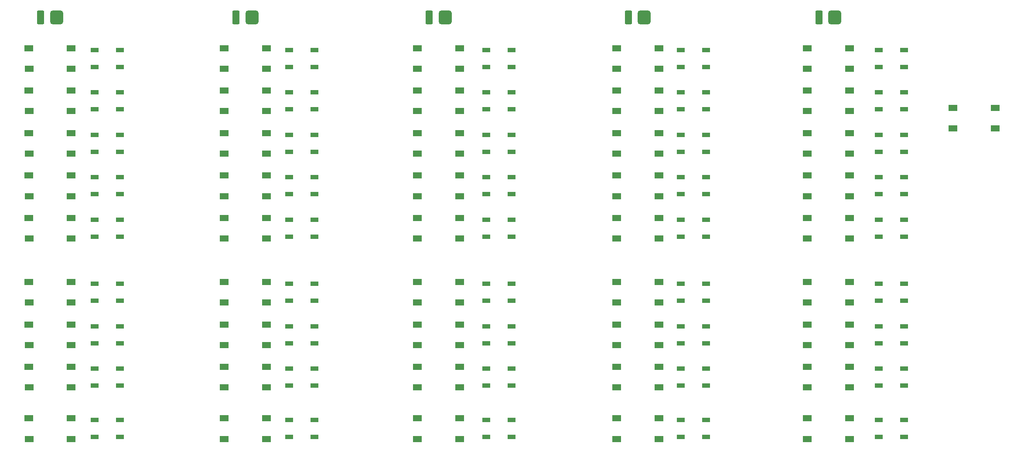
<source format=gbr>
%TF.GenerationSoftware,KiCad,Pcbnew,8.0.1*%
%TF.CreationDate,2024-04-10T00:32:00-05:00*%
%TF.ProjectId,ControlMixer,436f6e74-726f-46c4-9d69-7865722e6b69,rev?*%
%TF.SameCoordinates,Original*%
%TF.FileFunction,Paste,Top*%
%TF.FilePolarity,Positive*%
%FSLAX46Y46*%
G04 Gerber Fmt 4.6, Leading zero omitted, Abs format (unit mm)*
G04 Created by KiCad (PCBNEW 8.0.1) date 2024-04-10 00:32:00*
%MOMM*%
%LPD*%
G01*
G04 APERTURE LIST*
G04 Aperture macros list*
%AMRoundRect*
0 Rectangle with rounded corners*
0 $1 Rounding radius*
0 $2 $3 $4 $5 $6 $7 $8 $9 X,Y pos of 4 corners*
0 Add a 4 corners polygon primitive as box body*
4,1,4,$2,$3,$4,$5,$6,$7,$8,$9,$2,$3,0*
0 Add four circle primitives for the rounded corners*
1,1,$1+$1,$2,$3*
1,1,$1+$1,$4,$5*
1,1,$1+$1,$6,$7*
1,1,$1+$1,$8,$9*
0 Add four rect primitives between the rounded corners*
20,1,$1+$1,$2,$3,$4,$5,0*
20,1,$1+$1,$4,$5,$6,$7,0*
20,1,$1+$1,$6,$7,$8,$9,0*
20,1,$1+$1,$8,$9,$2,$3,0*%
G04 Aperture macros list end*
%ADD10R,1.500000X0.900000*%
%ADD11R,1.800000X1.300000*%
%ADD12R,1.775000X1.300000*%
%ADD13RoundRect,0.438598X0.811402X0.886402X-0.811402X0.886402X-0.811402X-0.886402X0.811402X-0.886402X0*%
%ADD14RoundRect,0.250001X0.462499X1.074999X-0.462499X1.074999X-0.462499X-1.074999X0.462499X-1.074999X0*%
G04 APERTURE END LIST*
D10*
%TO.C,D53*%
X220235936Y-121555000D03*
X220235936Y-124855000D03*
X225135936Y-124855000D03*
X225135936Y-121555000D03*
%TD*%
D11*
%TO.C,SW31*%
X177562500Y-104685000D03*
X177562500Y-108685000D03*
D12*
X169350000Y-104685000D03*
D11*
X169362500Y-108685000D03*
%TD*%
%TO.C,SW37*%
X214562500Y-83965000D03*
X214562500Y-87965000D03*
D12*
X206350000Y-83965000D03*
D11*
X206362500Y-87965000D03*
%TD*%
%TO.C,SW39*%
X214562500Y-104685000D03*
X214562500Y-108685000D03*
D12*
X206350000Y-104685000D03*
D11*
X206362500Y-108685000D03*
%TD*%
%TO.C,SW3*%
X63489064Y-67445000D03*
X63489064Y-71445000D03*
D12*
X55276564Y-67445000D03*
D11*
X55289064Y-71445000D03*
%TD*%
D10*
%TO.C,D49*%
X220235936Y-84315000D03*
X220235936Y-87615000D03*
X225135936Y-87615000D03*
X225135936Y-84315000D03*
%TD*%
D11*
%TO.C,SW24*%
X138912500Y-112945000D03*
X138912500Y-116945000D03*
D12*
X130700000Y-112945000D03*
D11*
X130712500Y-116945000D03*
%TD*%
%TO.C,SW41*%
X214562500Y-121205000D03*
X214562500Y-125205000D03*
D12*
X206350000Y-121205000D03*
D11*
X206362500Y-125205000D03*
%TD*%
D10*
%TO.C,D52*%
X220235936Y-113295000D03*
X220235936Y-116595000D03*
X225135936Y-116595000D03*
X225135936Y-113295000D03*
%TD*%
%TO.C,D76*%
X105762500Y-84315000D03*
X105762500Y-87615000D03*
X110662500Y-87615000D03*
X110662500Y-84315000D03*
%TD*%
D11*
%TO.C,SW9*%
X63489064Y-121205000D03*
X63489064Y-125205000D03*
D12*
X55276564Y-121205000D03*
D11*
X55289064Y-125205000D03*
%TD*%
%TO.C,SW35*%
X214562500Y-67445000D03*
X214562500Y-71445000D03*
D12*
X206350000Y-67445000D03*
D11*
X206362500Y-71445000D03*
%TD*%
D10*
%TO.C,D66*%
X144051562Y-76055000D03*
X144051562Y-79355000D03*
X148951562Y-79355000D03*
X148951562Y-76055000D03*
%TD*%
D11*
%TO.C,SW42*%
X63489064Y-131205000D03*
X63489064Y-135205000D03*
D12*
X55276564Y-131205000D03*
D11*
X55289064Y-135205000D03*
%TD*%
%TO.C,SW30*%
X177562500Y-92225000D03*
X177562500Y-96225000D03*
D12*
X169350000Y-92225000D03*
D11*
X169362500Y-96225000D03*
%TD*%
D10*
%TO.C,D47*%
X220235936Y-67795000D03*
X220235936Y-71095000D03*
X225135936Y-71095000D03*
X225135936Y-67795000D03*
%TD*%
%TO.C,D55*%
X181850000Y-59535000D03*
X181850000Y-62835000D03*
X186750000Y-62835000D03*
X186750000Y-59535000D03*
%TD*%
D11*
%TO.C,SW5*%
X63489064Y-83965000D03*
X63489064Y-87965000D03*
D12*
X55276564Y-83965000D03*
D11*
X55289064Y-87965000D03*
%TD*%
D10*
%TO.C,D74*%
X105762500Y-67795000D03*
X105762500Y-71095000D03*
X110662500Y-71095000D03*
X110662500Y-67795000D03*
%TD*%
%TO.C,D46*%
X220235936Y-59535000D03*
X220235936Y-62835000D03*
X225135936Y-62835000D03*
X225135936Y-59535000D03*
%TD*%
D11*
%TO.C,SW29*%
X177562500Y-83965000D03*
X177562500Y-87965000D03*
D12*
X169350000Y-83965000D03*
D11*
X169362500Y-87965000D03*
%TD*%
%TO.C,SW17*%
X101412500Y-121205000D03*
X101412500Y-125205000D03*
D12*
X93200000Y-121205000D03*
D11*
X93212500Y-125205000D03*
%TD*%
D13*
%TO.C,D93*%
X136065000Y-53205000D03*
D14*
X132975000Y-53205000D03*
%TD*%
D11*
%TO.C,SW12*%
X101412500Y-75705000D03*
X101412500Y-79705000D03*
D12*
X93200000Y-75705000D03*
D11*
X93212500Y-79705000D03*
%TD*%
D10*
%TO.C,D87*%
X68039064Y-105035000D03*
X68039064Y-108335000D03*
X72939064Y-108335000D03*
X72939064Y-105035000D03*
%TD*%
D11*
%TO.C,SW46*%
X214562500Y-131205000D03*
X214562500Y-135205000D03*
D12*
X206350000Y-131205000D03*
D11*
X206362500Y-135205000D03*
%TD*%
D10*
%TO.C,D69*%
X144051562Y-105035000D03*
X144051562Y-108335000D03*
X148951562Y-108335000D03*
X148951562Y-105035000D03*
%TD*%
%TO.C,D72*%
X144051562Y-131555000D03*
X144051562Y-134855000D03*
X148951562Y-134855000D03*
X148951562Y-131555000D03*
%TD*%
D11*
%TO.C,SW16*%
X101412500Y-112945000D03*
X101412500Y-116945000D03*
D12*
X93200000Y-112945000D03*
D11*
X93212500Y-116945000D03*
%TD*%
D10*
%TO.C,D54*%
X220235936Y-131555000D03*
X220235936Y-134855000D03*
X225135936Y-134855000D03*
X225135936Y-131555000D03*
%TD*%
D11*
%TO.C,SW33*%
X177562500Y-121205000D03*
X177562500Y-125205000D03*
D12*
X169350000Y-121205000D03*
D11*
X169362500Y-125205000D03*
%TD*%
D13*
%TO.C,D95*%
X211715000Y-53205000D03*
D14*
X208625000Y-53205000D03*
%TD*%
D11*
%TO.C,SW25*%
X138912500Y-121205000D03*
X138912500Y-125205000D03*
D12*
X130700000Y-121205000D03*
D11*
X130712500Y-125205000D03*
%TD*%
D10*
%TO.C,D82*%
X68039064Y-59535000D03*
X68039064Y-62835000D03*
X72939064Y-62835000D03*
X72939064Y-59535000D03*
%TD*%
D11*
%TO.C,SW43*%
X101412500Y-131205000D03*
X101412500Y-135205000D03*
D12*
X93200000Y-131205000D03*
D11*
X93212500Y-135205000D03*
%TD*%
D10*
%TO.C,D51*%
X220235936Y-105035000D03*
X220235936Y-108335000D03*
X225135936Y-108335000D03*
X225135936Y-105035000D03*
%TD*%
D11*
%TO.C,SW4*%
X63489064Y-75705000D03*
X63489064Y-79705000D03*
D12*
X55276564Y-75705000D03*
D11*
X55289064Y-79705000D03*
%TD*%
D10*
%TO.C,D70*%
X144051562Y-113295000D03*
X144051562Y-116595000D03*
X148951562Y-116595000D03*
X148951562Y-113295000D03*
%TD*%
%TO.C,D89*%
X68039064Y-121555000D03*
X68039064Y-124855000D03*
X72939064Y-124855000D03*
X72939064Y-121555000D03*
%TD*%
%TO.C,D63*%
X181850000Y-131555000D03*
X181850000Y-134855000D03*
X186750000Y-134855000D03*
X186750000Y-131555000D03*
%TD*%
%TO.C,D83*%
X68039064Y-67795000D03*
X68039064Y-71095000D03*
X72939064Y-71095000D03*
X72939064Y-67795000D03*
%TD*%
D11*
%TO.C,SW20*%
X138912500Y-75705000D03*
X138912500Y-79705000D03*
D12*
X130700000Y-75705000D03*
D11*
X130712500Y-79705000D03*
%TD*%
D10*
%TO.C,D77*%
X105762500Y-92575000D03*
X105762500Y-95875000D03*
X110662500Y-95875000D03*
X110662500Y-92575000D03*
%TD*%
%TO.C,D81*%
X105762500Y-131555000D03*
X105762500Y-134855000D03*
X110662500Y-134855000D03*
X110662500Y-131555000D03*
%TD*%
D11*
%TO.C,SW21*%
X138912500Y-83965000D03*
X138912500Y-87965000D03*
D12*
X130700000Y-83965000D03*
D11*
X130712500Y-87965000D03*
%TD*%
D10*
%TO.C,D61*%
X181850000Y-113295000D03*
X181850000Y-116595000D03*
X186750000Y-116595000D03*
X186750000Y-113295000D03*
%TD*%
D13*
%TO.C,D91*%
X60641564Y-53205000D03*
D14*
X57551564Y-53205000D03*
%TD*%
D11*
%TO.C,SW34*%
X214562500Y-59185000D03*
X214562500Y-63185000D03*
D12*
X206350000Y-59185000D03*
D11*
X206362500Y-63185000D03*
%TD*%
%TO.C,SW6*%
X63489064Y-92225000D03*
X63489064Y-96225000D03*
D12*
X55276564Y-92225000D03*
D11*
X55289064Y-96225000D03*
%TD*%
D10*
%TO.C,D84*%
X68039064Y-76055000D03*
X68039064Y-79355000D03*
X72939064Y-79355000D03*
X72939064Y-76055000D03*
%TD*%
%TO.C,D48*%
X220235936Y-76055000D03*
X220235936Y-79355000D03*
X225135936Y-79355000D03*
X225135936Y-76055000D03*
%TD*%
%TO.C,D90*%
X68039064Y-131555000D03*
X68039064Y-134855000D03*
X72939064Y-134855000D03*
X72939064Y-131555000D03*
%TD*%
D11*
%TO.C,SW7*%
X63489064Y-104685000D03*
X63489064Y-108685000D03*
D12*
X55276564Y-104685000D03*
D11*
X55289064Y-108685000D03*
%TD*%
%TO.C,SW15*%
X101412500Y-104685000D03*
X101412500Y-108685000D03*
D12*
X93200000Y-104685000D03*
D11*
X93212500Y-108685000D03*
%TD*%
%TO.C,SW2*%
X63489064Y-59185000D03*
X63489064Y-63185000D03*
D12*
X55276564Y-59185000D03*
D11*
X55289064Y-63185000D03*
%TD*%
%TO.C,SW11*%
X101412500Y-67445000D03*
X101412500Y-71445000D03*
D12*
X93200000Y-67445000D03*
D11*
X93212500Y-71445000D03*
%TD*%
D10*
%TO.C,D64*%
X144051562Y-59535000D03*
X144051562Y-62835000D03*
X148951562Y-62835000D03*
X148951562Y-59535000D03*
%TD*%
D13*
%TO.C,D94*%
X174715000Y-53205000D03*
D14*
X171625000Y-53205000D03*
%TD*%
D11*
%TO.C,SW28*%
X177562500Y-75705000D03*
X177562500Y-79705000D03*
D12*
X169350000Y-75705000D03*
D11*
X169362500Y-79705000D03*
%TD*%
%TO.C,SW14*%
X101412500Y-92225000D03*
X101412500Y-96225000D03*
D12*
X93200000Y-92225000D03*
D11*
X93212500Y-96225000D03*
%TD*%
%TO.C,SW32*%
X177562500Y-112945000D03*
X177562500Y-116945000D03*
D12*
X169350000Y-112945000D03*
D11*
X169362500Y-116945000D03*
%TD*%
%TO.C,SW36*%
X214562500Y-75705000D03*
X214562500Y-79705000D03*
D12*
X206350000Y-75705000D03*
D11*
X206362500Y-79705000D03*
%TD*%
D10*
%TO.C,D65*%
X144051562Y-67795000D03*
X144051562Y-71095000D03*
X148951562Y-71095000D03*
X148951562Y-67795000D03*
%TD*%
D13*
%TO.C,D92*%
X98565000Y-53205000D03*
D14*
X95475000Y-53205000D03*
%TD*%
D11*
%TO.C,SW40*%
X214562500Y-112945000D03*
X214562500Y-116945000D03*
D12*
X206350000Y-112945000D03*
D11*
X206362500Y-116945000D03*
%TD*%
%TO.C,SW1*%
X234650000Y-74805000D03*
X234650000Y-70805000D03*
D12*
X242862500Y-74805000D03*
D11*
X242850000Y-70805000D03*
%TD*%
D10*
%TO.C,D73*%
X105762500Y-59535000D03*
X105762500Y-62835000D03*
X110662500Y-62835000D03*
X110662500Y-59535000D03*
%TD*%
%TO.C,D67*%
X144051562Y-84315000D03*
X144051562Y-87615000D03*
X148951562Y-87615000D03*
X148951562Y-84315000D03*
%TD*%
%TO.C,D57*%
X181850000Y-76055000D03*
X181850000Y-79355000D03*
X186750000Y-79355000D03*
X186750000Y-76055000D03*
%TD*%
%TO.C,D86*%
X68039064Y-92575000D03*
X68039064Y-95875000D03*
X72939064Y-95875000D03*
X72939064Y-92575000D03*
%TD*%
%TO.C,D78*%
X105762500Y-105035000D03*
X105762500Y-108335000D03*
X110662500Y-108335000D03*
X110662500Y-105035000D03*
%TD*%
D11*
%TO.C,SW22*%
X138912500Y-92225000D03*
X138912500Y-96225000D03*
D12*
X130700000Y-92225000D03*
D11*
X130712500Y-96225000D03*
%TD*%
%TO.C,SW8*%
X63489064Y-112945000D03*
X63489064Y-116945000D03*
D12*
X55276564Y-112945000D03*
D11*
X55289064Y-116945000D03*
%TD*%
%TO.C,SW10*%
X101412500Y-59185000D03*
X101412500Y-63185000D03*
D12*
X93200000Y-59185000D03*
D11*
X93212500Y-63185000D03*
%TD*%
D10*
%TO.C,D79*%
X105762500Y-113295000D03*
X105762500Y-116595000D03*
X110662500Y-116595000D03*
X110662500Y-113295000D03*
%TD*%
D11*
%TO.C,SW45*%
X177562500Y-131205000D03*
X177562500Y-135205000D03*
D12*
X169350000Y-131205000D03*
D11*
X169362500Y-135205000D03*
%TD*%
%TO.C,SW18*%
X138912500Y-59185000D03*
X138912500Y-63185000D03*
D12*
X130700000Y-59185000D03*
D11*
X130712500Y-63185000D03*
%TD*%
%TO.C,SW26*%
X177562500Y-59185000D03*
X177562500Y-63185000D03*
D12*
X169350000Y-59185000D03*
D11*
X169362500Y-63185000D03*
%TD*%
D10*
%TO.C,D68*%
X144051562Y-92575000D03*
X144051562Y-95875000D03*
X148951562Y-95875000D03*
X148951562Y-92575000D03*
%TD*%
%TO.C,D88*%
X68039064Y-113295000D03*
X68039064Y-116595000D03*
X72939064Y-116595000D03*
X72939064Y-113295000D03*
%TD*%
%TO.C,D58*%
X181850000Y-84315000D03*
X181850000Y-87615000D03*
X186750000Y-87615000D03*
X186750000Y-84315000D03*
%TD*%
%TO.C,D75*%
X105762500Y-76055000D03*
X105762500Y-79355000D03*
X110662500Y-79355000D03*
X110662500Y-76055000D03*
%TD*%
%TO.C,D50*%
X220235936Y-92575000D03*
X220235936Y-95875000D03*
X225135936Y-95875000D03*
X225135936Y-92575000D03*
%TD*%
D11*
%TO.C,SW38*%
X214562500Y-92225000D03*
X214562500Y-96225000D03*
D12*
X206350000Y-92225000D03*
D11*
X206362500Y-96225000D03*
%TD*%
D10*
%TO.C,D56*%
X181850000Y-67795000D03*
X181850000Y-71095000D03*
X186750000Y-71095000D03*
X186750000Y-67795000D03*
%TD*%
%TO.C,D71*%
X144051562Y-121555000D03*
X144051562Y-124855000D03*
X148951562Y-124855000D03*
X148951562Y-121555000D03*
%TD*%
D11*
%TO.C,SW13*%
X101412500Y-83965000D03*
X101412500Y-87965000D03*
D12*
X93200000Y-83965000D03*
D11*
X93212500Y-87965000D03*
%TD*%
%TO.C,SW23*%
X138912500Y-104685000D03*
X138912500Y-108685000D03*
D12*
X130700000Y-104685000D03*
D11*
X130712500Y-108685000D03*
%TD*%
%TO.C,SW19*%
X138912500Y-67445000D03*
X138912500Y-71445000D03*
D12*
X130700000Y-67445000D03*
D11*
X130712500Y-71445000D03*
%TD*%
D10*
%TO.C,D62*%
X181850000Y-121555000D03*
X181850000Y-124855000D03*
X186750000Y-124855000D03*
X186750000Y-121555000D03*
%TD*%
D11*
%TO.C,SW44*%
X138912500Y-131205000D03*
X138912500Y-135205000D03*
D12*
X130700000Y-131205000D03*
D11*
X130712500Y-135205000D03*
%TD*%
D10*
%TO.C,D80*%
X105762500Y-121555000D03*
X105762500Y-124855000D03*
X110662500Y-124855000D03*
X110662500Y-121555000D03*
%TD*%
%TO.C,D59*%
X181850000Y-92575000D03*
X181850000Y-95875000D03*
X186750000Y-95875000D03*
X186750000Y-92575000D03*
%TD*%
%TO.C,D85*%
X68039064Y-84315000D03*
X68039064Y-87615000D03*
X72939064Y-87615000D03*
X72939064Y-84315000D03*
%TD*%
%TO.C,D60*%
X181850000Y-105035000D03*
X181850000Y-108335000D03*
X186750000Y-108335000D03*
X186750000Y-105035000D03*
%TD*%
D11*
%TO.C,SW27*%
X177562500Y-67445000D03*
X177562500Y-71445000D03*
D12*
X169350000Y-67445000D03*
D11*
X169362500Y-71445000D03*
%TD*%
M02*

</source>
